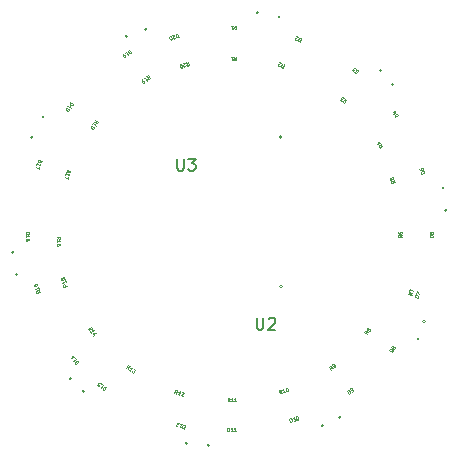
<source format=gbr>
G04 #@! TF.GenerationSoftware,KiCad,Pcbnew,(6.0.9)*
G04 #@! TF.CreationDate,2022-11-29T20:17:37+01:00*
G04 #@! TF.ProjectId,SMD Lauflicht 0805-0603 v1_1,534d4420-4c61-4756-966c-696368742030,rev?*
G04 #@! TF.SameCoordinates,Original*
G04 #@! TF.FileFunction,Legend,Top*
G04 #@! TF.FilePolarity,Positive*
%FSLAX46Y46*%
G04 Gerber Fmt 4.6, Leading zero omitted, Abs format (unit mm)*
G04 Created by KiCad (PCBNEW (6.0.9)) date 2022-11-29 20:17:37*
%MOMM*%
%LPD*%
G01*
G04 APERTURE LIST*
%ADD10C,0.075000*%
%ADD11C,0.150000*%
%ADD12C,0.100000*%
G04 APERTURE END LIST*
D10*
X71533055Y-73560645D02*
X71533055Y-73860645D01*
X71461627Y-73860645D01*
X71418770Y-73846360D01*
X71390198Y-73817788D01*
X71375912Y-73789217D01*
X71361627Y-73732074D01*
X71361627Y-73689217D01*
X71375912Y-73632074D01*
X71390198Y-73603502D01*
X71418770Y-73574931D01*
X71461627Y-73560645D01*
X71533055Y-73560645D01*
X71075912Y-73560645D02*
X71247341Y-73560645D01*
X71161627Y-73560645D02*
X71161627Y-73860645D01*
X71190198Y-73817788D01*
X71218770Y-73789217D01*
X71247341Y-73774931D01*
X70760674Y-107873154D02*
X70760674Y-107573154D01*
X70832102Y-107573154D01*
X70874960Y-107587440D01*
X70903531Y-107616011D01*
X70917817Y-107644582D01*
X70932102Y-107701725D01*
X70932102Y-107744582D01*
X70917817Y-107801725D01*
X70903531Y-107830297D01*
X70874960Y-107858868D01*
X70832102Y-107873154D01*
X70760674Y-107873154D01*
X71217817Y-107873154D02*
X71046388Y-107873154D01*
X71132102Y-107873154D02*
X71132102Y-107573154D01*
X71103531Y-107616011D01*
X71074960Y-107644582D01*
X71046388Y-107658868D01*
X71503531Y-107873154D02*
X71332102Y-107873154D01*
X71417817Y-107873154D02*
X71417817Y-107573154D01*
X71389245Y-107616011D01*
X71360674Y-107644582D01*
X71332102Y-107658868D01*
X76993196Y-74597255D02*
X76900491Y-74882572D01*
X76832559Y-74860499D01*
X76796214Y-74833669D01*
X76777870Y-74797667D01*
X76773112Y-74766080D01*
X76777184Y-74707319D01*
X76790427Y-74666560D01*
X76821672Y-74616628D01*
X76844088Y-74593869D01*
X76880090Y-74575525D01*
X76925264Y-74575183D01*
X76993196Y-74597255D01*
X76637590Y-74767108D02*
X76619589Y-74776280D01*
X76588001Y-74781038D01*
X76520069Y-74758965D01*
X76497310Y-74736550D01*
X76488138Y-74718549D01*
X76483381Y-74686961D01*
X76492210Y-74659788D01*
X76519040Y-74623443D01*
X76735052Y-74513379D01*
X76558428Y-74455990D01*
X67163347Y-107372806D02*
X67070642Y-107658123D01*
X67002709Y-107636050D01*
X66966364Y-107609220D01*
X66948020Y-107573218D01*
X66943263Y-107541630D01*
X66947334Y-107482870D01*
X66960578Y-107442110D01*
X66991822Y-107392179D01*
X67014238Y-107369420D01*
X67050240Y-107351076D01*
X67095414Y-107350733D01*
X67163347Y-107372806D01*
X66728578Y-107231541D02*
X66891616Y-107284515D01*
X66810097Y-107258028D02*
X66717392Y-107543345D01*
X66757809Y-107511414D01*
X66793811Y-107493070D01*
X66825398Y-107488313D01*
X66536010Y-107454368D02*
X66518009Y-107463540D01*
X66486421Y-107468298D01*
X66418489Y-107446225D01*
X66395730Y-107423810D01*
X66386558Y-107405809D01*
X66381801Y-107374221D01*
X66390630Y-107347048D01*
X66417460Y-107310703D01*
X66633472Y-107200639D01*
X66456848Y-107143250D01*
X81863416Y-77343967D02*
X81687080Y-77586673D01*
X81629293Y-77544688D01*
X81603018Y-77507940D01*
X81596697Y-77468031D01*
X81601934Y-77436519D01*
X81623964Y-77381893D01*
X81649155Y-77347221D01*
X81694300Y-77309388D01*
X81722651Y-77294670D01*
X81762560Y-77288349D01*
X81805629Y-77301983D01*
X81863416Y-77343967D01*
X81467490Y-77427131D02*
X81317244Y-77317971D01*
X81465321Y-77284290D01*
X81430649Y-77259099D01*
X81415931Y-77230748D01*
X81412771Y-77210794D01*
X81418007Y-77179282D01*
X81459992Y-77121495D01*
X81488343Y-77106777D01*
X81508297Y-77103617D01*
X81539809Y-77108853D01*
X81609153Y-77159235D01*
X81623871Y-77187586D01*
X81627032Y-77207540D01*
X60500464Y-104161025D02*
X60324128Y-104403730D01*
X60266341Y-104361746D01*
X60240066Y-104324997D01*
X60233745Y-104285089D01*
X60238982Y-104253577D01*
X60261012Y-104198951D01*
X60286203Y-104164278D01*
X60331348Y-104126446D01*
X60359699Y-104111728D01*
X60399608Y-104105407D01*
X60442677Y-104119040D01*
X60500464Y-104161025D01*
X60130628Y-103892323D02*
X60269316Y-103993087D01*
X60199972Y-103942705D02*
X60023636Y-104185410D01*
X60071942Y-104167532D01*
X60111850Y-104161211D01*
X60143362Y-104166447D01*
X59873390Y-104076250D02*
X59723144Y-103967090D01*
X59871221Y-103933409D01*
X59836549Y-103908218D01*
X59821831Y-103879867D01*
X59818671Y-103859913D01*
X59823907Y-103828401D01*
X59865892Y-103770614D01*
X59894243Y-103755896D01*
X59914198Y-103752736D01*
X59945709Y-103757972D01*
X60015054Y-103808354D01*
X60029771Y-103836705D01*
X60032932Y-103856660D01*
X85220738Y-81120594D02*
X84978033Y-81296930D01*
X84936048Y-81239143D01*
X84922415Y-81196074D01*
X84928735Y-81156165D01*
X84943453Y-81127814D01*
X84981286Y-81082669D01*
X85015958Y-81057478D01*
X85070585Y-81035448D01*
X85102096Y-81030211D01*
X85142005Y-81036532D01*
X85178753Y-81062807D01*
X85220738Y-81120594D01*
X84807026Y-80891430D02*
X84968830Y-80773873D01*
X84756552Y-81016392D02*
X84971897Y-80948225D01*
X84862737Y-80797979D01*
X58157337Y-102027342D02*
X57914632Y-102203677D01*
X57872648Y-102145890D01*
X57859014Y-102102821D01*
X57865335Y-102062913D01*
X57880053Y-102034561D01*
X57917886Y-101989416D01*
X57952558Y-101964226D01*
X58007184Y-101942195D01*
X58038696Y-101936959D01*
X58078605Y-101943280D01*
X58115353Y-101969555D01*
X58157337Y-102027342D01*
X57888636Y-101657505D02*
X57989399Y-101796194D01*
X57939017Y-101726850D02*
X57696312Y-101903185D01*
X57747778Y-101901109D01*
X57787687Y-101907430D01*
X57816038Y-101922148D01*
X57575687Y-101567030D02*
X57737491Y-101449473D01*
X57525213Y-101691992D02*
X57740558Y-101623825D01*
X57631398Y-101473579D01*
X87440179Y-85985660D02*
X87154862Y-86078365D01*
X87132789Y-86010433D01*
X87133132Y-85965259D01*
X87151476Y-85929257D01*
X87174235Y-85906841D01*
X87224166Y-85875596D01*
X87264926Y-85862353D01*
X87323687Y-85858281D01*
X87355274Y-85863039D01*
X87391276Y-85881383D01*
X87418106Y-85917728D01*
X87440179Y-85985660D01*
X87018012Y-85657183D02*
X87062157Y-85793048D01*
X87202437Y-85762490D01*
X87184436Y-85753318D01*
X87162020Y-85730559D01*
X87139947Y-85662627D01*
X87144705Y-85631039D01*
X87153877Y-85613038D01*
X87176635Y-85590622D01*
X87244568Y-85568550D01*
X87276156Y-85573307D01*
X87294157Y-85582479D01*
X87316572Y-85605238D01*
X87338645Y-85673170D01*
X87333887Y-85704758D01*
X87324715Y-85722759D01*
X54874230Y-96066871D02*
X54588913Y-96159576D01*
X54566840Y-96091643D01*
X54567183Y-96046469D01*
X54585527Y-96010467D01*
X54608285Y-95988051D01*
X54658217Y-95956807D01*
X54698977Y-95943563D01*
X54757737Y-95939492D01*
X54789325Y-95944249D01*
X54825327Y-95962593D01*
X54852157Y-95998938D01*
X54874230Y-96066871D01*
X54732965Y-95632102D02*
X54785939Y-95795140D01*
X54759452Y-95713621D02*
X54474135Y-95806326D01*
X54523724Y-95820256D01*
X54559726Y-95838600D01*
X54582141Y-95861358D01*
X54363772Y-95466663D02*
X54407917Y-95602528D01*
X54548197Y-95571970D01*
X54530196Y-95562798D01*
X54507780Y-95540039D01*
X54485707Y-95472107D01*
X54490465Y-95440519D01*
X54499637Y-95422518D01*
X54522395Y-95400102D01*
X54590328Y-95378030D01*
X54621916Y-95382787D01*
X54639917Y-95391959D01*
X54662332Y-95414718D01*
X54684405Y-95482650D01*
X54679647Y-95514238D01*
X54670475Y-95532239D01*
X88184694Y-91450115D02*
X87884694Y-91450115D01*
X87884694Y-91378687D01*
X87898980Y-91335830D01*
X87927551Y-91307258D01*
X87956122Y-91292972D01*
X88013265Y-91278687D01*
X88056122Y-91278687D01*
X88113265Y-91292972D01*
X88141837Y-91307258D01*
X88170408Y-91335830D01*
X88184694Y-91378687D01*
X88184694Y-91450115D01*
X87884694Y-91021544D02*
X87884694Y-91078687D01*
X87898980Y-91107258D01*
X87913265Y-91121544D01*
X87956122Y-91150115D01*
X88013265Y-91164401D01*
X88127551Y-91164401D01*
X88156122Y-91150115D01*
X88170408Y-91135830D01*
X88184694Y-91107258D01*
X88184694Y-91050115D01*
X88170408Y-91021544D01*
X88156122Y-91007258D01*
X88127551Y-90992972D01*
X88056122Y-90992972D01*
X88027551Y-91007258D01*
X88013265Y-91021544D01*
X87998980Y-91050115D01*
X87998980Y-91107258D01*
X88013265Y-91135830D01*
X88027551Y-91150115D01*
X88056122Y-91164401D01*
X53676605Y-90995910D02*
X53976605Y-90995910D01*
X53976605Y-91067338D01*
X53962320Y-91110195D01*
X53933748Y-91138767D01*
X53905177Y-91153052D01*
X53848034Y-91167338D01*
X53805177Y-91167338D01*
X53748034Y-91153052D01*
X53719462Y-91138767D01*
X53690891Y-91110195D01*
X53676605Y-91067338D01*
X53676605Y-90995910D01*
X53676605Y-91453052D02*
X53676605Y-91281624D01*
X53676605Y-91367338D02*
X53976605Y-91367338D01*
X53933748Y-91338767D01*
X53905177Y-91310195D01*
X53890891Y-91281624D01*
X53976605Y-91710195D02*
X53976605Y-91653052D01*
X53962320Y-91624481D01*
X53948034Y-91610195D01*
X53905177Y-91581624D01*
X53848034Y-91567338D01*
X53733748Y-91567338D01*
X53705177Y-91581624D01*
X53690891Y-91595910D01*
X53676605Y-91624481D01*
X53676605Y-91681624D01*
X53690891Y-91710195D01*
X53705177Y-91724481D01*
X53733748Y-91738767D01*
X53805177Y-91738767D01*
X53833748Y-91724481D01*
X53848034Y-91710195D01*
X53862320Y-91681624D01*
X53862320Y-91624481D01*
X53848034Y-91595910D01*
X53833748Y-91581624D01*
X53805177Y-91567338D01*
X86916944Y-96580056D02*
X86631627Y-96487351D01*
X86653700Y-96419419D01*
X86680530Y-96383074D01*
X86716532Y-96364730D01*
X86748119Y-96359972D01*
X86806880Y-96364044D01*
X86847639Y-96377287D01*
X86897571Y-96408532D01*
X86920330Y-96430948D01*
X86938674Y-96466950D01*
X86939016Y-96512124D01*
X86916944Y-96580056D01*
X86715503Y-96229207D02*
X86777306Y-96038996D01*
X87022893Y-96253980D01*
X54743086Y-84902052D02*
X55028403Y-84994757D01*
X55006330Y-85062690D01*
X54979500Y-85099035D01*
X54943498Y-85117379D01*
X54911910Y-85122136D01*
X54853150Y-85118065D01*
X54812390Y-85104821D01*
X54762459Y-85073577D01*
X54739700Y-85051161D01*
X54721356Y-85015159D01*
X54721013Y-84969985D01*
X54743086Y-84902052D01*
X54601821Y-85336821D02*
X54654795Y-85173783D01*
X54628308Y-85255302D02*
X54913625Y-85348007D01*
X54881694Y-85307590D01*
X54863350Y-85271588D01*
X54858593Y-85240001D01*
X54856236Y-85524632D02*
X54794433Y-85714843D01*
X54548846Y-85499859D01*
X84698551Y-101168336D02*
X84455845Y-100992000D01*
X84497830Y-100934213D01*
X84534578Y-100907938D01*
X84574487Y-100901617D01*
X84605999Y-100906854D01*
X84660625Y-100928884D01*
X84695297Y-100954075D01*
X84733130Y-100999220D01*
X84747848Y-101027571D01*
X84754169Y-101067480D01*
X84740535Y-101110549D01*
X84698551Y-101168336D01*
X84761388Y-100790195D02*
X84733037Y-100804913D01*
X84713083Y-100808074D01*
X84681571Y-100802837D01*
X84670014Y-100794440D01*
X84655296Y-100766089D01*
X84652135Y-100746135D01*
X84657372Y-100714623D01*
X84690960Y-100668393D01*
X84719311Y-100653676D01*
X84739265Y-100650515D01*
X84770777Y-100655752D01*
X84782334Y-100664149D01*
X84797052Y-100692500D01*
X84800213Y-100712454D01*
X84794976Y-100743966D01*
X84761388Y-100790195D01*
X84756152Y-100821707D01*
X84759312Y-100841661D01*
X84774030Y-100870013D01*
X84820260Y-100903600D01*
X84851771Y-100908837D01*
X84871726Y-100905676D01*
X84900077Y-100890959D01*
X84933665Y-100844729D01*
X84938901Y-100813217D01*
X84935741Y-100793263D01*
X84921023Y-100764912D01*
X84874793Y-100731324D01*
X84843282Y-100726088D01*
X84823327Y-100729248D01*
X84794976Y-100743966D01*
X57470387Y-80006375D02*
X57713092Y-80182711D01*
X57671108Y-80240498D01*
X57634359Y-80266773D01*
X57594451Y-80273094D01*
X57562939Y-80267858D01*
X57508313Y-80245827D01*
X57473640Y-80220636D01*
X57435808Y-80175491D01*
X57421090Y-80147140D01*
X57414769Y-80107231D01*
X57428402Y-80064162D01*
X57470387Y-80006375D01*
X57201685Y-80376212D02*
X57302448Y-80237523D01*
X57252067Y-80306867D02*
X57494772Y-80483203D01*
X57476894Y-80434898D01*
X57470573Y-80394989D01*
X57475809Y-80363477D01*
X57239611Y-80615664D02*
X57267962Y-80600946D01*
X57287916Y-80597785D01*
X57319428Y-80603022D01*
X57330985Y-80611419D01*
X57345703Y-80639770D01*
X57348864Y-80659724D01*
X57343627Y-80691236D01*
X57310039Y-80737466D01*
X57281688Y-80752183D01*
X57261734Y-80755344D01*
X57230222Y-80750107D01*
X57218665Y-80741710D01*
X57203947Y-80713359D01*
X57200786Y-80693405D01*
X57206023Y-80661893D01*
X57239611Y-80615664D01*
X57244847Y-80584152D01*
X57241687Y-80564198D01*
X57226969Y-80535846D01*
X57180739Y-80502259D01*
X57149228Y-80497022D01*
X57129273Y-80500183D01*
X57100922Y-80514900D01*
X57067334Y-80561130D01*
X57062098Y-80592642D01*
X57065258Y-80612596D01*
X57079976Y-80640947D01*
X57126206Y-80674535D01*
X57157717Y-80679771D01*
X57177672Y-80676611D01*
X57206023Y-80661893D01*
X81059085Y-104703459D02*
X80882749Y-104460754D01*
X80940536Y-104418769D01*
X80983605Y-104405136D01*
X81023514Y-104411456D01*
X81051865Y-104426174D01*
X81097010Y-104464007D01*
X81122201Y-104498679D01*
X81144231Y-104553306D01*
X81149468Y-104584817D01*
X81143147Y-104624726D01*
X81116872Y-104661474D01*
X81059085Y-104703459D01*
X81313347Y-104518726D02*
X81359577Y-104485139D01*
X81374295Y-104456787D01*
X81377455Y-104436833D01*
X81375379Y-104385367D01*
X81353349Y-104330740D01*
X81286173Y-104238281D01*
X81257822Y-104223564D01*
X81237868Y-104220403D01*
X81206356Y-104225640D01*
X81160127Y-104259227D01*
X81145409Y-104287579D01*
X81142248Y-104307533D01*
X81147485Y-104339045D01*
X81189469Y-104396831D01*
X81217821Y-104411549D01*
X81237775Y-104414710D01*
X81269287Y-104409473D01*
X81315516Y-104375886D01*
X81330234Y-104347534D01*
X81333395Y-104327580D01*
X81328158Y-104296068D01*
X62450682Y-75566722D02*
X62627017Y-75809427D01*
X62569230Y-75851411D01*
X62526161Y-75865045D01*
X62486253Y-75858724D01*
X62457901Y-75844006D01*
X62412756Y-75806173D01*
X62387566Y-75771501D01*
X62365535Y-75716875D01*
X62360299Y-75685363D01*
X62366620Y-75645454D01*
X62392895Y-75608706D01*
X62450682Y-75566722D01*
X62080845Y-75835423D02*
X62219534Y-75734660D01*
X62150190Y-75785042D02*
X62326525Y-76027747D01*
X62324449Y-75976281D01*
X62330770Y-75936372D01*
X62345488Y-75908021D01*
X61965272Y-75919393D02*
X61919042Y-75952980D01*
X61904324Y-75981332D01*
X61901164Y-76001286D01*
X61903240Y-76052752D01*
X61925270Y-76107379D01*
X61992446Y-76199838D01*
X62020797Y-76214555D01*
X62040751Y-76217716D01*
X62072263Y-76212479D01*
X62118492Y-76178892D01*
X62133210Y-76150540D01*
X62136371Y-76130586D01*
X62131134Y-76099074D01*
X62089150Y-76041288D01*
X62060798Y-76026570D01*
X62040844Y-76023409D01*
X62009332Y-76028646D01*
X61963103Y-76062233D01*
X61948385Y-76090585D01*
X61945224Y-76110539D01*
X61950461Y-76142051D01*
X76102628Y-107089930D02*
X76009923Y-106804613D01*
X76077856Y-106782540D01*
X76123030Y-106782883D01*
X76159032Y-106801227D01*
X76181448Y-106823985D01*
X76212692Y-106873917D01*
X76225936Y-106914677D01*
X76230007Y-106973437D01*
X76225250Y-107005025D01*
X76206906Y-107041027D01*
X76170561Y-107067857D01*
X76102628Y-107089930D01*
X76537397Y-106948665D02*
X76374359Y-107001639D01*
X76455878Y-106975152D02*
X76363173Y-106689835D01*
X76349243Y-106739424D01*
X76330899Y-106775426D01*
X76308141Y-106797841D01*
X76621317Y-106605959D02*
X76648490Y-106597130D01*
X76680077Y-106601887D01*
X76698078Y-106611059D01*
X76720494Y-106633818D01*
X76751739Y-106683749D01*
X76773811Y-106751682D01*
X76777883Y-106810443D01*
X76773125Y-106842030D01*
X76763953Y-106860031D01*
X76741195Y-106882447D01*
X76714022Y-106891276D01*
X76682434Y-106886518D01*
X76664433Y-106877346D01*
X76642018Y-106854588D01*
X76610773Y-106804656D01*
X76588700Y-106736724D01*
X76584629Y-106677963D01*
X76589386Y-106646376D01*
X76598558Y-106628374D01*
X76621317Y-106605959D01*
X66533371Y-74221949D02*
X66626076Y-74507266D01*
X66558143Y-74529339D01*
X66512969Y-74528996D01*
X66476967Y-74510652D01*
X66454551Y-74487894D01*
X66423307Y-74437962D01*
X66410063Y-74397202D01*
X66405992Y-74338442D01*
X66410749Y-74306854D01*
X66429093Y-74270852D01*
X66465438Y-74244022D01*
X66533371Y-74221949D01*
X66345516Y-74568384D02*
X66336344Y-74586385D01*
X66313586Y-74608800D01*
X66245653Y-74630873D01*
X66214066Y-74626116D01*
X66196065Y-74616944D01*
X66173649Y-74594185D01*
X66164820Y-74567012D01*
X66165163Y-74521838D01*
X66275227Y-74305825D01*
X66098602Y-74363214D01*
X66014682Y-74705920D02*
X65987509Y-74714749D01*
X65955922Y-74709992D01*
X65937921Y-74700820D01*
X65915505Y-74678061D01*
X65884260Y-74628130D01*
X65862188Y-74560197D01*
X65858116Y-74501436D01*
X65862874Y-74469849D01*
X65872046Y-74451848D01*
X65894804Y-74429432D01*
X65921977Y-74420603D01*
X65953565Y-74425361D01*
X65971566Y-74434533D01*
X65993981Y-74457291D01*
X66025226Y-74507223D01*
X66047299Y-74575155D01*
X66051370Y-74633916D01*
X66046613Y-74665503D01*
X66037441Y-74683505D01*
X66014682Y-74705920D01*
D11*
X73248275Y-98271880D02*
X73248275Y-99081404D01*
X73295894Y-99176642D01*
X73343513Y-99224261D01*
X73438751Y-99271880D01*
X73629227Y-99271880D01*
X73724465Y-99224261D01*
X73772084Y-99176642D01*
X73819703Y-99081404D01*
X73819703Y-98271880D01*
X74248275Y-98367119D02*
X74295894Y-98319500D01*
X74391132Y-98271880D01*
X74629227Y-98271880D01*
X74724465Y-98319500D01*
X74772084Y-98367119D01*
X74819703Y-98462357D01*
X74819703Y-98557595D01*
X74772084Y-98700452D01*
X74200656Y-99271880D01*
X74819703Y-99271880D01*
X66502255Y-84809880D02*
X66502255Y-85619404D01*
X66549874Y-85714642D01*
X66597493Y-85762261D01*
X66692731Y-85809880D01*
X66883207Y-85809880D01*
X66978445Y-85762261D01*
X67026064Y-85714642D01*
X67073683Y-85619404D01*
X67073683Y-84809880D01*
X67454636Y-84809880D02*
X68073683Y-84809880D01*
X67740350Y-85190833D01*
X67883207Y-85190833D01*
X67978445Y-85238452D01*
X68026064Y-85286071D01*
X68073683Y-85381309D01*
X68073683Y-85619404D01*
X68026064Y-85714642D01*
X67978445Y-85762261D01*
X67883207Y-85809880D01*
X67597493Y-85809880D01*
X67502255Y-85762261D01*
X67454636Y-85714642D01*
D10*
X71348927Y-76179385D02*
X71448927Y-76322242D01*
X71520355Y-76179385D02*
X71520355Y-76479385D01*
X71406070Y-76479385D01*
X71377498Y-76465100D01*
X71363212Y-76450814D01*
X71348927Y-76422242D01*
X71348927Y-76379385D01*
X71363212Y-76350814D01*
X71377498Y-76336528D01*
X71406070Y-76322242D01*
X71520355Y-76322242D01*
X71063212Y-76179385D02*
X71234641Y-76179385D01*
X71148927Y-76179385D02*
X71148927Y-76479385D01*
X71177498Y-76436528D01*
X71206070Y-76407957D01*
X71234641Y-76393671D01*
X75372198Y-76743921D02*
X75423158Y-76910688D01*
X75535236Y-76796895D02*
X75442531Y-77082212D01*
X75333839Y-77046896D01*
X75311081Y-77024480D01*
X75301909Y-77006479D01*
X75297151Y-76974892D01*
X75310395Y-76934132D01*
X75332810Y-76911374D01*
X75350811Y-76902202D01*
X75382399Y-76897444D01*
X75491091Y-76932760D01*
X75179630Y-76966748D02*
X75161629Y-76975920D01*
X75130041Y-76980678D01*
X75062109Y-76958605D01*
X75039350Y-76936190D01*
X75030178Y-76918189D01*
X75025421Y-76886601D01*
X75034250Y-76859428D01*
X75061080Y-76823083D01*
X75277092Y-76713019D01*
X75100468Y-76655630D01*
X80698567Y-79719705D02*
X80695500Y-79894058D01*
X80837256Y-79820468D02*
X80660920Y-80063174D01*
X80568461Y-79995998D01*
X80553743Y-79967647D01*
X80550583Y-79947692D01*
X80555819Y-79916181D01*
X80581010Y-79881509D01*
X80609361Y-79866791D01*
X80629316Y-79863630D01*
X80660827Y-79868867D01*
X80753286Y-79936042D01*
X80441330Y-79903632D02*
X80291084Y-79794472D01*
X80439161Y-79760791D01*
X80404489Y-79735600D01*
X80389771Y-79707249D01*
X80386611Y-79687295D01*
X80391847Y-79655783D01*
X80433832Y-79597996D01*
X80462183Y-79583278D01*
X80482137Y-79580118D01*
X80513649Y-79585354D01*
X80582993Y-79635736D01*
X80597711Y-79664087D01*
X80600872Y-79684041D01*
X83804256Y-83542225D02*
X83747460Y-83707096D01*
X83905019Y-83680914D02*
X83662314Y-83857250D01*
X83595138Y-83764791D01*
X83589902Y-83733279D01*
X83593062Y-83713325D01*
X83607780Y-83684973D01*
X83642452Y-83659783D01*
X83673964Y-83654546D01*
X83693918Y-83657707D01*
X83722269Y-83672424D01*
X83789445Y-83764883D01*
X83491307Y-83451750D02*
X83653111Y-83334193D01*
X83440833Y-83576712D02*
X83656178Y-83508545D01*
X83547018Y-83358299D01*
X84872605Y-86610022D02*
X84767641Y-86749273D01*
X84925579Y-86773060D02*
X84640262Y-86865765D01*
X84604946Y-86757073D01*
X84609703Y-86725486D01*
X84618875Y-86707485D01*
X84641634Y-86685069D01*
X84682393Y-86671825D01*
X84713981Y-86676583D01*
X84731982Y-86685755D01*
X84754398Y-86708513D01*
X84789714Y-86817206D01*
X84503412Y-86444583D02*
X84547557Y-86580448D01*
X84687837Y-86549890D01*
X84669836Y-86540718D01*
X84647420Y-86517959D01*
X84625347Y-86450027D01*
X84630105Y-86418439D01*
X84639277Y-86400438D01*
X84662035Y-86378022D01*
X84729968Y-86355950D01*
X84761556Y-86360707D01*
X84779557Y-86369879D01*
X84801972Y-86392638D01*
X84824045Y-86460570D01*
X84819287Y-86492158D01*
X84810115Y-86510159D01*
X85530394Y-91271067D02*
X85387537Y-91371067D01*
X85530394Y-91442495D02*
X85230394Y-91442495D01*
X85230394Y-91328210D01*
X85244680Y-91299638D01*
X85258965Y-91285352D01*
X85287537Y-91271067D01*
X85330394Y-91271067D01*
X85358965Y-91285352D01*
X85373251Y-91299638D01*
X85387537Y-91328210D01*
X85387537Y-91442495D01*
X85230394Y-91013924D02*
X85230394Y-91071067D01*
X85244680Y-91099638D01*
X85258965Y-91113924D01*
X85301822Y-91142495D01*
X85358965Y-91156781D01*
X85473251Y-91156781D01*
X85501822Y-91142495D01*
X85516108Y-91128210D01*
X85530394Y-91099638D01*
X85530394Y-91042495D01*
X85516108Y-91013924D01*
X85501822Y-90999638D01*
X85473251Y-90985352D01*
X85401822Y-90985352D01*
X85373251Y-90999638D01*
X85358965Y-91013924D01*
X85344680Y-91042495D01*
X85344680Y-91099638D01*
X85358965Y-91128210D01*
X85373251Y-91142495D01*
X85401822Y-91156781D01*
X86419423Y-96174903D02*
X86252656Y-96225863D01*
X86366449Y-96337941D02*
X86081132Y-96245236D01*
X86116448Y-96136544D01*
X86138864Y-96113785D01*
X86156865Y-96104613D01*
X86188452Y-96099856D01*
X86229212Y-96113099D01*
X86251970Y-96135515D01*
X86261142Y-96153516D01*
X86265900Y-96185103D01*
X86230583Y-96293796D01*
X86165008Y-95987092D02*
X86226811Y-95796881D01*
X86472397Y-96011864D01*
X82706617Y-99499015D02*
X82532265Y-99495948D01*
X82605854Y-99637704D02*
X82363149Y-99461368D01*
X82430324Y-99368909D01*
X82458675Y-99354191D01*
X82478630Y-99351031D01*
X82510141Y-99356267D01*
X82544814Y-99381458D01*
X82559531Y-99409809D01*
X82562692Y-99429764D01*
X82557455Y-99461275D01*
X82490280Y-99553735D01*
X82668692Y-99259563D02*
X82640340Y-99274281D01*
X82620386Y-99277442D01*
X82588874Y-99272205D01*
X82577317Y-99263808D01*
X82562599Y-99235457D01*
X82559439Y-99215503D01*
X82564675Y-99183991D01*
X82598263Y-99137761D01*
X82626614Y-99123044D01*
X82646568Y-99119883D01*
X82678080Y-99125120D01*
X82689638Y-99133517D01*
X82704355Y-99161868D01*
X82707516Y-99181822D01*
X82702279Y-99213334D01*
X82668692Y-99259563D01*
X82663455Y-99291075D01*
X82666616Y-99311029D01*
X82681333Y-99339381D01*
X82727563Y-99372968D01*
X82759075Y-99378205D01*
X82779029Y-99375044D01*
X82807380Y-99360327D01*
X82840968Y-99314097D01*
X82846204Y-99282585D01*
X82843044Y-99262631D01*
X82828326Y-99234280D01*
X82782097Y-99200692D01*
X82750585Y-99195456D01*
X82730631Y-99198616D01*
X82702279Y-99213334D01*
X70950558Y-105350934D02*
X70850558Y-105208077D01*
X70779130Y-105350934D02*
X70779130Y-105050934D01*
X70893415Y-105050934D01*
X70921987Y-105065220D01*
X70936272Y-105079505D01*
X70950558Y-105108077D01*
X70950558Y-105150934D01*
X70936272Y-105179505D01*
X70921987Y-105193791D01*
X70893415Y-105208077D01*
X70779130Y-105208077D01*
X71236272Y-105350934D02*
X71064844Y-105350934D01*
X71150558Y-105350934D02*
X71150558Y-105050934D01*
X71121987Y-105093791D01*
X71093415Y-105122362D01*
X71064844Y-105136648D01*
X71521987Y-105350934D02*
X71350558Y-105350934D01*
X71436272Y-105350934D02*
X71436272Y-105050934D01*
X71407701Y-105093791D01*
X71379130Y-105122362D01*
X71350558Y-105136648D01*
X66435811Y-104720968D02*
X66384850Y-104554201D01*
X66272772Y-104667993D02*
X66365477Y-104382676D01*
X66474170Y-104417993D01*
X66496928Y-104440408D01*
X66506100Y-104458409D01*
X66510858Y-104489997D01*
X66497614Y-104530756D01*
X66475198Y-104553515D01*
X66457197Y-104562687D01*
X66425610Y-104567444D01*
X66316918Y-104532128D01*
X66707541Y-104809258D02*
X66544503Y-104756284D01*
X66626022Y-104782771D02*
X66718727Y-104497454D01*
X66678310Y-104529385D01*
X66642308Y-104547729D01*
X66610721Y-104552486D01*
X66900109Y-104586431D02*
X66918110Y-104577259D01*
X66949698Y-104572501D01*
X67017630Y-104594574D01*
X67040389Y-104616989D01*
X67049561Y-104634990D01*
X67054318Y-104666578D01*
X67045489Y-104693751D01*
X67018659Y-104730096D01*
X66802647Y-104840160D01*
X66979271Y-104897549D01*
X62329852Y-102609475D02*
X62332920Y-102435123D01*
X62191163Y-102508712D02*
X62367499Y-102266007D01*
X62459958Y-102333182D01*
X62474676Y-102361534D01*
X62477836Y-102381488D01*
X62472600Y-102413000D01*
X62447409Y-102447672D01*
X62419058Y-102462390D01*
X62399103Y-102465550D01*
X62367592Y-102460313D01*
X62275133Y-102393138D01*
X62561000Y-102777414D02*
X62422311Y-102676651D01*
X62491655Y-102727032D02*
X62667991Y-102484327D01*
X62619685Y-102502205D01*
X62579777Y-102508526D01*
X62548265Y-102503290D01*
X62818237Y-102593487D02*
X62968483Y-102702647D01*
X62820406Y-102736328D01*
X62855078Y-102761519D01*
X62869796Y-102789870D01*
X62872956Y-102809824D01*
X62867720Y-102841336D01*
X62825735Y-102899123D01*
X62797384Y-102913841D01*
X62777430Y-102917001D01*
X62745918Y-102911765D01*
X62676574Y-102861383D01*
X62661856Y-102833032D01*
X62658695Y-102813077D01*
X59070205Y-99334287D02*
X59127000Y-99169416D01*
X58969442Y-99195598D02*
X59212147Y-99019263D01*
X59279322Y-99111722D01*
X59284559Y-99143233D01*
X59281398Y-99163188D01*
X59266680Y-99191539D01*
X59232008Y-99216730D01*
X59200496Y-99221966D01*
X59180542Y-99218806D01*
X59152191Y-99204088D01*
X59085015Y-99111629D01*
X59238143Y-99565435D02*
X59137380Y-99426746D01*
X59187762Y-99496090D02*
X59430467Y-99319755D01*
X59379001Y-99321831D01*
X59339092Y-99315510D01*
X59310741Y-99300792D01*
X59551092Y-99655910D02*
X59389288Y-99773467D01*
X59601566Y-99530948D02*
X59386221Y-99599115D01*
X59495381Y-99749361D01*
X57114875Y-95383132D02*
X57009912Y-95522383D01*
X57167850Y-95546171D02*
X56882533Y-95638876D01*
X56847216Y-95530184D01*
X56851974Y-95498596D01*
X56861146Y-95480595D01*
X56883904Y-95458179D01*
X56924664Y-95444936D01*
X56956252Y-95449693D01*
X56974253Y-95458865D01*
X56996668Y-95481624D01*
X57031984Y-95590316D01*
X57026585Y-95111402D02*
X57079559Y-95274440D01*
X57053072Y-95192921D02*
X56767755Y-95285626D01*
X56817344Y-95299556D01*
X56853346Y-95317900D01*
X56875761Y-95340658D01*
X56657392Y-94945963D02*
X56701537Y-95081828D01*
X56841817Y-95051270D01*
X56823816Y-95042098D01*
X56801400Y-95019339D01*
X56779327Y-94951407D01*
X56784085Y-94919819D01*
X56793257Y-94901818D01*
X56816015Y-94879402D01*
X56883948Y-94857330D01*
X56915536Y-94862087D01*
X56933537Y-94871259D01*
X56955952Y-94894018D01*
X56978025Y-94961950D01*
X56973267Y-94993538D01*
X56964095Y-95011539D01*
X56310585Y-91588978D02*
X56453442Y-91488978D01*
X56310585Y-91417550D02*
X56610585Y-91417550D01*
X56610585Y-91531835D01*
X56596300Y-91560407D01*
X56582014Y-91574692D01*
X56553442Y-91588978D01*
X56510585Y-91588978D01*
X56482014Y-91574692D01*
X56467728Y-91560407D01*
X56453442Y-91531835D01*
X56453442Y-91417550D01*
X56310585Y-91874692D02*
X56310585Y-91703264D01*
X56310585Y-91788978D02*
X56610585Y-91788978D01*
X56567728Y-91760407D01*
X56539157Y-91731835D01*
X56524871Y-91703264D01*
X56610585Y-92131835D02*
X56610585Y-92074692D01*
X56596300Y-92046121D01*
X56582014Y-92031835D01*
X56539157Y-92003264D01*
X56482014Y-91988978D01*
X56367728Y-91988978D01*
X56339157Y-92003264D01*
X56324871Y-92017550D01*
X56310585Y-92046121D01*
X56310585Y-92103264D01*
X56324871Y-92131835D01*
X56339157Y-92146121D01*
X56367728Y-92160407D01*
X56439157Y-92160407D01*
X56467728Y-92146121D01*
X56482014Y-92131835D01*
X56496300Y-92103264D01*
X56496300Y-92046121D01*
X56482014Y-92017550D01*
X56467728Y-92003264D01*
X56439157Y-91988978D01*
X57138671Y-85895671D02*
X57305438Y-85844710D01*
X57191646Y-85732632D02*
X57476963Y-85825337D01*
X57441646Y-85934030D01*
X57419231Y-85956788D01*
X57401230Y-85965960D01*
X57369642Y-85970718D01*
X57328883Y-85957474D01*
X57306124Y-85935058D01*
X57296952Y-85917057D01*
X57292195Y-85885470D01*
X57327511Y-85776778D01*
X57050381Y-86167401D02*
X57103355Y-86004363D01*
X57076868Y-86085882D02*
X57362185Y-86178587D01*
X57330254Y-86138170D01*
X57311910Y-86102168D01*
X57307153Y-86070581D01*
X57304796Y-86355212D02*
X57242993Y-86545423D01*
X56997406Y-86330439D01*
X59482904Y-81661444D02*
X59657256Y-81664512D01*
X59583667Y-81522755D02*
X59826372Y-81699091D01*
X59759197Y-81791550D01*
X59730845Y-81806268D01*
X59710891Y-81809428D01*
X59679379Y-81804192D01*
X59644707Y-81779001D01*
X59629989Y-81750650D01*
X59626829Y-81730696D01*
X59632065Y-81699184D01*
X59699241Y-81606725D01*
X59314965Y-81892592D02*
X59415728Y-81753903D01*
X59365347Y-81823247D02*
X59608052Y-81999583D01*
X59590174Y-81951278D01*
X59583853Y-81911369D01*
X59589089Y-81879857D01*
X59352891Y-82132044D02*
X59381242Y-82117326D01*
X59401196Y-82114165D01*
X59432708Y-82119402D01*
X59444265Y-82127799D01*
X59458983Y-82156150D01*
X59462144Y-82176104D01*
X59456907Y-82207616D01*
X59423319Y-82253846D01*
X59394968Y-82268563D01*
X59375014Y-82271724D01*
X59343502Y-82266487D01*
X59331945Y-82258090D01*
X59317227Y-82229739D01*
X59314066Y-82209785D01*
X59319303Y-82178273D01*
X59352891Y-82132044D01*
X59358127Y-82100532D01*
X59354967Y-82080578D01*
X59340249Y-82052226D01*
X59294019Y-82018639D01*
X59262508Y-82013402D01*
X59242553Y-82016563D01*
X59214202Y-82031280D01*
X59180614Y-82077510D01*
X59175378Y-82109022D01*
X59178538Y-82128976D01*
X59193256Y-82157327D01*
X59239486Y-82190915D01*
X59270997Y-82196151D01*
X59290952Y-82192991D01*
X59319303Y-82178273D01*
X63914733Y-77834105D02*
X64079604Y-77890900D01*
X64053422Y-77733342D02*
X64229757Y-77976047D01*
X64137298Y-78043222D01*
X64105787Y-78048459D01*
X64085832Y-78045298D01*
X64057481Y-78030580D01*
X64032290Y-77995908D01*
X64027054Y-77964396D01*
X64030214Y-77944442D01*
X64044932Y-77916091D01*
X64137391Y-77848915D01*
X63683585Y-78002043D02*
X63822274Y-77901280D01*
X63752930Y-77951662D02*
X63929265Y-78194367D01*
X63927189Y-78142901D01*
X63933510Y-78102992D01*
X63948228Y-78074641D01*
X63568012Y-78086013D02*
X63521782Y-78119600D01*
X63507064Y-78147952D01*
X63503904Y-78167906D01*
X63505980Y-78219372D01*
X63528010Y-78273999D01*
X63595186Y-78366458D01*
X63623537Y-78381175D01*
X63643491Y-78384336D01*
X63675003Y-78379099D01*
X63721232Y-78345512D01*
X63735950Y-78317160D01*
X63739111Y-78297206D01*
X63733874Y-78265694D01*
X63691890Y-78207908D01*
X63663538Y-78193190D01*
X63643584Y-78190029D01*
X63612072Y-78195266D01*
X63565843Y-78228853D01*
X63551125Y-78257205D01*
X63547964Y-78277159D01*
X63553201Y-78308671D01*
X67239012Y-76652364D02*
X67378263Y-76757327D01*
X67402051Y-76599389D02*
X67494756Y-76884706D01*
X67386064Y-76920023D01*
X67354476Y-76915265D01*
X67336475Y-76906093D01*
X67314059Y-76883335D01*
X67300816Y-76842575D01*
X67305573Y-76810987D01*
X67314745Y-76792986D01*
X67337504Y-76770571D01*
X67446196Y-76735255D01*
X67214196Y-76945824D02*
X67205024Y-76963825D01*
X67182266Y-76986240D01*
X67114333Y-77008313D01*
X67082746Y-77003556D01*
X67064745Y-76994384D01*
X67042329Y-76971625D01*
X67033500Y-76944452D01*
X67033843Y-76899278D01*
X67143907Y-76683265D01*
X66967282Y-76740654D01*
X66883362Y-77083360D02*
X66856189Y-77092189D01*
X66824602Y-77087432D01*
X66806601Y-77078260D01*
X66784185Y-77055501D01*
X66752940Y-77005570D01*
X66730868Y-76937637D01*
X66726796Y-76878876D01*
X66731554Y-76847289D01*
X66740726Y-76829288D01*
X66763484Y-76806872D01*
X66790657Y-76798043D01*
X66822245Y-76802801D01*
X66840246Y-76811973D01*
X66862661Y-76834731D01*
X66893906Y-76884663D01*
X66915979Y-76952595D01*
X66920050Y-77011356D01*
X66915293Y-77042943D01*
X66906121Y-77060945D01*
X66883362Y-77083360D01*
X79699174Y-102560536D02*
X79534303Y-102503740D01*
X79560485Y-102661299D02*
X79384149Y-102418594D01*
X79476608Y-102351418D01*
X79508120Y-102346182D01*
X79528074Y-102349342D01*
X79556426Y-102364060D01*
X79581616Y-102398732D01*
X79586853Y-102430244D01*
X79583692Y-102450198D01*
X79568975Y-102478549D01*
X79476516Y-102545725D01*
X79814747Y-102476566D02*
X79860977Y-102442979D01*
X79875695Y-102414627D01*
X79878855Y-102394673D01*
X79876779Y-102343207D01*
X79854749Y-102288580D01*
X79787573Y-102196121D01*
X79759222Y-102181404D01*
X79739268Y-102178243D01*
X79707756Y-102183480D01*
X79661527Y-102217067D01*
X79646809Y-102245419D01*
X79643648Y-102265373D01*
X79648885Y-102296885D01*
X79690869Y-102354671D01*
X79719221Y-102369389D01*
X79739175Y-102372550D01*
X79770687Y-102367313D01*
X79816916Y-102333726D01*
X79831634Y-102305374D01*
X79834795Y-102285420D01*
X79829558Y-102253908D01*
X75371587Y-104621415D02*
X75232336Y-104516452D01*
X75208548Y-104674390D02*
X75115843Y-104389073D01*
X75224535Y-104353756D01*
X75256123Y-104358514D01*
X75274124Y-104367686D01*
X75296540Y-104390444D01*
X75309783Y-104431204D01*
X75305026Y-104462792D01*
X75295854Y-104480793D01*
X75273095Y-104503208D01*
X75164403Y-104538524D01*
X75643317Y-104533125D02*
X75480279Y-104586099D01*
X75561798Y-104559612D02*
X75469093Y-104274295D01*
X75455163Y-104323884D01*
X75436819Y-104359886D01*
X75414061Y-104382301D01*
X75727237Y-104190419D02*
X75754410Y-104181590D01*
X75785997Y-104186347D01*
X75803998Y-104195519D01*
X75826414Y-104218278D01*
X75857659Y-104268209D01*
X75879731Y-104336142D01*
X75883803Y-104394903D01*
X75879045Y-104426490D01*
X75869873Y-104444491D01*
X75847115Y-104466907D01*
X75819942Y-104475736D01*
X75788354Y-104470978D01*
X75770353Y-104461806D01*
X75747938Y-104439048D01*
X75716693Y-104389116D01*
X75694620Y-104321184D01*
X75690549Y-104262423D01*
X75695306Y-104230836D01*
X75704478Y-104212834D01*
X75727237Y-104190419D01*
D12*
X73387580Y-72446860D02*
G75*
G03*
X73387580Y-72446860I-100000J0D01*
G01*
X69224700Y-109070780D02*
G75*
G03*
X69224700Y-109070780I-100000J0D01*
G01*
X75212787Y-72801586D02*
G75*
G03*
X75212787Y-72801586I-100000J0D01*
G01*
X67388533Y-108889454D02*
G75*
G03*
X67388533Y-108889454I-100000J0D01*
G01*
X83822815Y-77325911D02*
G75*
G03*
X83822815Y-77325911I-100001J0D01*
G01*
X58663145Y-104498729D02*
G75*
G03*
X58663145Y-104498729I-100001J0D01*
G01*
X84852530Y-78537546D02*
G75*
G03*
X84852530Y-78537546I-100001J0D01*
G01*
X57548892Y-103419334D02*
G75*
G03*
X57548892Y-103419334I-100001J0D01*
G01*
X89123294Y-87265933D02*
G75*
G03*
X89123294Y-87265933I-100000J0D01*
G01*
X53026146Y-94612107D02*
G75*
G03*
X53026146Y-94612107I-100000J0D01*
G01*
X89371380Y-89173300D02*
G75*
G03*
X89371380Y-89173300I-100000J0D01*
G01*
X52687780Y-92716740D02*
G75*
G03*
X52687780Y-92716740I-100000J0D01*
G01*
X87512586Y-98592453D02*
G75*
G03*
X87512586Y-98592453I-100000J0D01*
G01*
X54302454Y-82998827D02*
G75*
G03*
X54302454Y-82998827I-100000J0D01*
G01*
X87019032Y-100063826D02*
G75*
G03*
X87019032Y-100063826I-100001J0D01*
G01*
X55261930Y-81269894D02*
G75*
G03*
X55261930Y-81269894I-100001J0D01*
G01*
X80367427Y-106695031D02*
G75*
G03*
X80367427Y-106695031I-100001J0D01*
G01*
X62300853Y-74431209D02*
G75*
G03*
X62300853Y-74431209I-100001J0D01*
G01*
X78887180Y-107418288D02*
G75*
G03*
X78887180Y-107418288I-100000J0D01*
G01*
X63961794Y-73846436D02*
G75*
G03*
X63961794Y-73846436I-100000J0D01*
G01*
X75451421Y-95617700D02*
G75*
G03*
X75451421Y-95617700I-141421J0D01*
G01*
X75403161Y-82973580D02*
G75*
G03*
X75403161Y-82973580I-141421J0D01*
G01*
M02*

</source>
